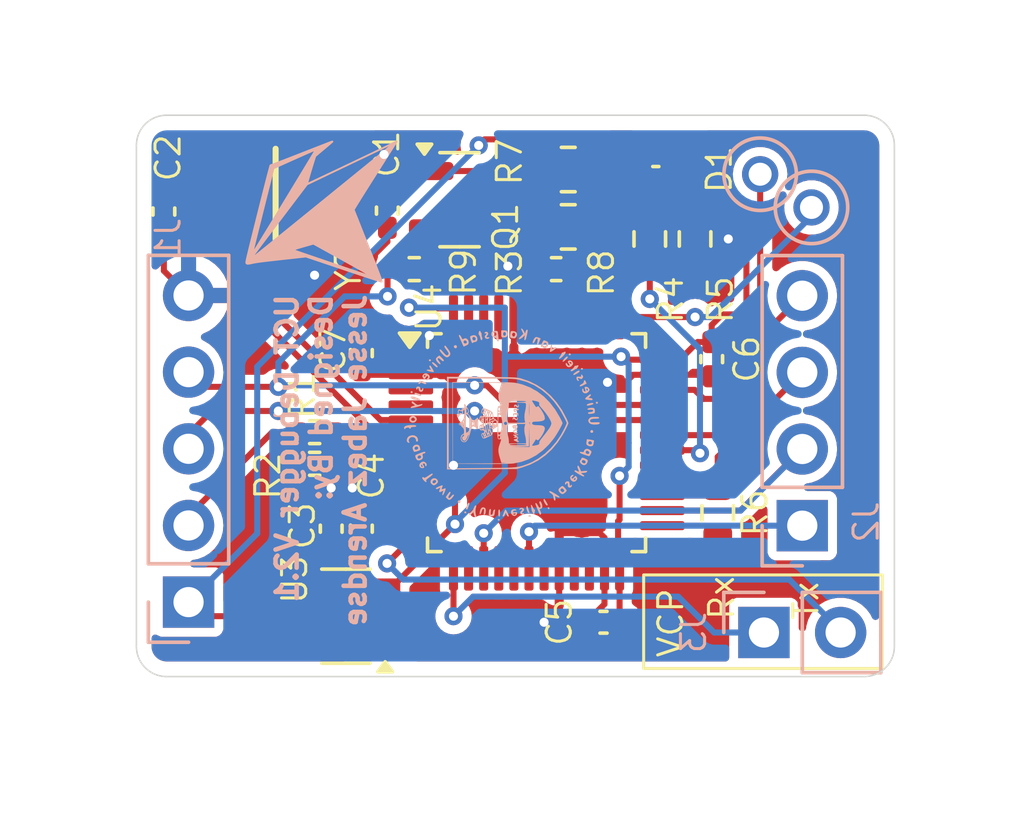
<source format=kicad_pcb>
(kicad_pcb (version 20240108) (generator "pcbnew") (generator_version "8.0")
  (layers (0 "F.Cu" signal) (31 "B.Cu" signal) (34 "B.Paste" user) (35 "F.Paste" user) (36 "B.SilkS" user "B.Silkscreen") (37 "F.SilkS" user "F.Silkscreen") (38 "B.Mask" user) (39 "F.Mask" user) (44 "Edge.Cuts" user))
  (net 0 "")
  (net 1 "GND")
  (net 2 "+5V")
  (net 3 "+3V3")
  (net 4 "/USB_DP")
  (net 5 "/USB_DM")
  (net 6 "/T_Voltage")
  (net 7 "/T_SWO")
  (net 8 "/T_SWDIO")
  (net 9 "/T_RST")
  (net 10 "/T_SWCLK")
  (net 11 "Net-(D1-K1)")
  (net 12 "/LED_STLINK")
  (net 13 "Net-(D1-A2)")
  (net 14 "/D_SWDIO")
  (net 15 "/D_SWCLK")
  (net 16 "Net-(U4-PD0)")
  (net 17 "Net-(U4-PD1)")
  (net 18 "/STLink_Rx")
  (net 19 "/STLink_Tx")
  (net 20 "Net-(U4-PA0)")
  (net 21 "Net-(U4-PB12)")
  (net 41 "Net-(Q1-E)")
  (net 42 "Net-(Q1-B)")
  (net 43 "/USB_re_enum")
  (footprint "Capacitor_SMD:C_0402_1005Metric_Pad0.74x0.62mm_HandSolder" (layer "F.Cu") (at 137.90974 102.741013 -90)
    (property "Reference" "C2" (at -1.776013 -0.13926 90) (layer "F.SilkS") (effects (font (size 0.8 0.8) (thickness 0.1))))
    (property "Value" "10p")
    (pad "1" smd roundrect (at -0.5675 0 270) (size 0.735 0.62) (layers "F.Cu" "F.Paste" "F.Mask") (net 17 "Net-(U4-PD1)"))
    (pad "2" smd roundrect (at 0.5675 0 270) (size 0.735 0.62) (layers "F.Cu" "F.Paste" "F.Mask") (net 1 "GND"))
  )
  (footprint "Capacitor_SMD:C_0402_1005Metric_Pad0.74x0.62mm_HandSolder" (layer "F.Cu") (at 143.45 113.25 90)
    (property "Reference" "C3" (at 0.093 -0.956 90) (layer "F.SilkS") (effects (font (size 0.8 0.8) (thickness 0.1))))
    (property "Value" "1u")
    (pad "1" smd roundrect (at -0.5675 0 90) (size 0.735 0.62) (layers "F.Cu" "F.Paste" "F.Mask") (net 2 "+5V"))
    (pad "2" smd roundrect (at 0.5675 0 90) (size 0.735 0.62) (layers "F.Cu" "F.Paste" "F.Mask") (net 1 "GND"))
  )
  (footprint "Package_TO_SOT_SMD:SOT-23-3" (layer "F.Cu") (at 143.9375 116.15 180)
    (property "Reference" "U3" (at 1.6975 1.215 90) (layer "F.SilkS") (effects (font (size 0.8 0.8) (thickness 0.1))))
    (property "Value" "XC6206PxxxMR")
    (pad "1" smd roundrect (at -1.1375 -0.95 180) (size 1.325 0.6) (layers "F.Cu" "F.Paste" "F.Mask") (net 1 "GND"))
    (pad "2" smd roundrect (at -1.1375 0.95 180) (size 1.325 0.6) (layers "F.Cu" "F.Paste" "F.Mask") (net 3 "+3V3"))
    (pad "3" smd roundrect (at 1.1375 0 180) (size 1.325 0.6) (layers "F.Cu" "F.Paste" "F.Mask") (net 2 "+5V"))
  )
  (footprint "Resistor_SMD:R_0603_1608Metric" (layer "F.Cu") (at 154 103.65 -90)
    (property "Reference" "R4" (at 2.014 -0.686 90) (layer "F.SilkS") (effects (font (size 0.8 0.8) (thickness 0.1))))
    (property "Value" "150R")
    (pad "1" smd roundrect (at -0.825 0 270) (size 0.8 0.95) (layers "F.Cu" "F.Paste" "F.Mask") (net 11 "Net-(D1-K1)"))
    (pad "2" smd roundrect (at 0.825 0 270) (size 0.8 0.95) (layers "F.Cu" "F.Paste" "F.Mask") (net 12 "/LED_STLINK"))
  )
  (footprint "Package_QFP:LQFP-48_7x7mm_P0.5mm" (layer "F.Cu") (at 150.25 110.4)
    (property "Reference" "U4" (at -3.565 -4.482 90) (layer "F.SilkS") (effects (font (size 0.8 0.8) (thickness 0.1))))
    (property "Value" "STM32F103CBTx")
    (pad "1" smd roundrect (at -4.1625 -2.75) (size 1.475 0.3) (layers "F.Cu" "F.Paste" "F.Mask") (net 3 "+3V3"))
    (pad "2" smd roundrect (at -4.1625 -2.25) (size 1.475 0.3) (layers "F.Cu" "F.Paste" "F.Mask") (net 1 "GND"))
    (pad "3" smd roundrect (at -4.1625 -1.75) (size 1.475 0.3) (layers "F.Cu" "F.Paste" "F.Mask"))
    (pad "4" smd roundrect (at -4.1625 -1.25) (size 1.475 0.3) (layers "F.Cu" "F.Paste" "F.Mask"))
    (pad "5" smd roundrect (at -4.1625 -0.75) (size 1.475 0.3) (layers "F.Cu" "F.Paste" "F.Mask") (net 16 "Net-(U4-PD0)"))
    (pad "6" smd roundrect (at -4.1625 -0.25) (size 1.475 0.3) (layers "F.Cu" "F.Paste" "F.Mask") (net 17 "Net-(U4-PD1)"))
    (pad "7" smd roundrect (at -4.1625 0.25) (size 1.475 0.3) (layers "F.Cu" "F.Paste" "F.Mask"))
    (pad "8" smd roundrect (at -4.1625 0.75) (size 1.475 0.3) (layers "F.Cu" "F.Paste" "F.Mask") (net 1 "GND"))
    (pad "9" smd roundrect (at -4.1625 1.25) (size 1.475 0.3) (layers "F.Cu" "F.Paste" "F.Mask") (net 3 "+3V3"))
    (pad "10" smd roundrect (at -4.1625 1.75) (size 1.475 0.3) (layers "F.Cu" "F.Paste" "F.Mask") (net 20 "Net-(U4-PA0)"))
    (pad "11" smd roundrect (at -4.1625 2.25) (size 1.475 0.3) (layers "F.Cu" "F.Paste" "F.Mask"))
    (pad "12" smd roundrect (at -4.1625 2.75) (size 1.475 0.3) (layers "F.Cu" "F.Paste" "F.Mask") (net 19 "/STLink_Tx"))
    (pad "13" smd roundrect (at -2.75 4.1625) (size 0.3 1.475) (layers "F.Cu" "F.Paste" "F.Mask") (net 18 "/STLink_Rx"))
    (pad "14" smd roundrect (at -2.25 4.1625) (size 0.3 1.475) (layers "F.Cu" "F.Paste" "F.Mask"))
    (pad "15" smd roundrect (at -1.75 4.1625) (size 0.3 1.475) (layers "F.Cu" "F.Paste" "F.Mask") (net 10 "/T_SWCLK"))
    (pad "16" smd roundrect (at -1.25 4.1625) (size 0.3 1.475) (layers "F.Cu" "F.Paste" "F.Mask"))
    (pad "17" smd roundrect (at -0.75 4.1625) (size 0.3 1.475) (layers "F.Cu" "F.Paste" "F.Mask"))
    (pad "18" smd roundrect (at -0.25 4.1625) (size 0.3 1.475) (layers "F.Cu" "F.Paste" "F.Mask") (net 9 "/T_RST"))
    (pad "19" smd roundrect (at 0.25 4.1625) (size 0.3 1.475) (layers "F.Cu" "F.Paste" "F.Mask"))
    (pad "20" smd roundrect (at 0.75 4.1625) (size 0.3 1.475) (layers "F.Cu" "F.Paste" "F.Mask") (net 1 "GND"))
    (pad "21" smd roundrect (at 1.25 4.1625) (size 0.3 1.475) (layers "F.Cu" "F.Paste" "F.Mask"))
    (pad "22" smd roundrect (at 1.75 4.1625) (size 0.3 1.475) (layers "F.Cu" "F.Paste" "F.Mask"))
    (pad "23" smd roundrect (at 2.25 4.1625) (size 0.3 1.475) (layers "F.Cu" "F.Paste" "F.Mask") (net 1 "GND"))
    (pad "24" smd roundrect (at 2.75 4.1625) (size 0.3 1.475) (layers "F.Cu" "F.Paste" "F.Mask") (net 3 "+3V3"))
    (pad "25" smd roundrect (at 4.1625 2.75) (size 1.475 0.3) (layers "F.Cu" "F.Paste" "F.Mask") (net 21 "Net-(U4-PB12)"))
    (pad "26" smd roundrect (at 4.1625 2.25) (size 1.475 0.3) (layers "F.Cu" "F.Paste" "F.Mask") (net 10 "/T_SWCLK"))
    (pad "27" smd roundrect (at 4.1625 1.75) (size 1.475 0.3) (layers "F.Cu" "F.Paste" "F.Mask") (net 8 "/T_SWDIO"))
    (pad "28" smd roundrect (at 4.1625 1.25) (size 1.475 0.3) (layers "F.Cu" "F.Paste" "F.Mask"))
    (pad "29" smd roundrect (at 4.1625 0.75) (size 1.475 0.3) (layers "F.Cu" "F.Paste" "F.Mask"))
    (pad "30" smd roundrect (at 4.1625 0.25) (size 1.475 0.3) (layers "F.Cu" "F.Paste" "F.Mask") (net 12 "/LED_STLINK"))
    (pad "31" smd roundrect (at 4.1625 -0.25) (size 1.475 0.3) (layers "F.Cu" "F.Paste" "F.Mask") (net 7 "/T_SWO"))
    (pad "32" smd roundrect (at 4.1625 -0.75) (size 1.475 0.3) (layers "F.Cu" "F.Paste" "F.Mask") (net 5 "/USB_DM"))
    (pad "33" smd roundrect (at 4.1625 -1.25) (size 1.475 0.3) (layers "F.Cu" "F.Paste" "F.Mask") (net 4 "/USB_DP"))
    (pad "34" smd roundrect (at 4.1625 -1.75) (size 1.475 0.3) (layers "F.Cu" "F.Paste" "F.Mask") (net 14 "/D_SWDIO"))
    (pad "35" smd roundrect (at 4.1625 -2.25) (size 1.475 0.3) (layers "F.Cu" "F.Paste" "F.Mask") (net 1 "GND"))
    (pad "36" smd roundrect (at 4.1625 -2.75) (size 1.475 0.3) (layers "F.Cu" "F.Paste" "F.Mask") (net 3 "+3V3"))
    (pad "37" smd roundrect (at 2.75 -4.1625) (size 0.3 1.475) (layers "F.Cu" "F.Paste" "F.Mask") (net 15 "/D_SWCLK"))
    (pad "38" smd roundrect (at 2.25 -4.1625) (size 0.3 1.475) (layers "F.Cu" "F.Paste" "F.Mask") (net 43 "/USB_re_enum"))
    (pad "39" smd roundrect (at 1.75 -4.1625) (size 0.3 1.475) (layers "F.Cu" "F.Paste" "F.Mask"))
    (pad "40" smd roundrect (at 1.25 -4.1625) (size 0.3 1.475) (layers "F.Cu" "F.Paste" "F.Mask"))
    (pad "41" smd roundrect (at 0.75 -4.1625) (size 0.3 1.475) (layers "F.Cu" "F.Paste" "F.Mask"))
    (pad "42" smd roundrect (at 0.25 -4.1625) (size 0.3 1.475) (layers "F.Cu" "F.Paste" "F.Mask"))
    (pad "43" smd roundrect (at -0.25 -4.1625) (size 0.3 1.475) (layers "F.Cu" "F.Paste" "F.Mask"))
    (pad "44" smd roundrect (at -0.75 -4.1625) (size 0.3 1.475) (layers "F.Cu" "F.Paste" "F.Mask") (net 1 "GND"))
    (pad "45" smd roundrect (at -1.25 -4.1625) (size 0.3 1.475) (layers "F.Cu" "F.Paste" "F.Mask"))
    (pad "46" smd roundrect (at -1.75 -4.1625) (size 0.3 1.475) (layers "F.Cu" "F.Paste" "F.Mask"))
    (pad "47" smd roundrect (at -2.25 -4.1625) (size 0.3 1.475) (layers "F.Cu" "F.Paste" "F.Mask") (net 1 "GND"))
    (pad "48" smd roundrect (at -2.75 -4.1625) (size 0.3 1.475) (layers "F.Cu" "F.Paste" "F.Mask") (net 3 "+3V3"))
  )
  (footprint "Capacitor_SMD:C_0402_1005Metric_Pad0.74x0.62mm_HandSolder" (layer "F.Cu") (at 144.45 107.4325 -90)
    (property "Reference" "C7" (at -0.1175 0.94 90) (layer "F.SilkS") (effects (font (size 0.8 0.8) (thickness 0.1))))
    (property "Value" "100n")
    (pad "1" smd roundrect (at -0.5675 0 270) (size 0.735 0.62) (layers "F.Cu" "F.Paste" "F.Mask") (net 3 "+3V3"))
    (pad "2" smd roundrect (at 0.5675 0 270) (size 0.735 0.62) (layers "F.Cu" "F.Paste" "F.Mask") (net 1 "GND"))
  )
  (footprint "Capacitor_SMD:C_0402_1005Metric_Pad0.74x0.62mm_HandSolder" (layer "F.Cu") (at 156.05 107.6325 -90)
    (property "Reference" "C6" (at 0 -1.16 90) (layer "F.SilkS") (effects (font (size 0.8 0.8) (thickness 0.1))))
    (property "Value" "100n")
    (pad "1" smd roundrect (at -0.5675 0 270) (size 0.735 0.62) (layers "F.Cu" "F.Paste" "F.Mask") (net 3 "+3V3"))
    (pad "2" smd roundrect (at 0.5675 0 270) (size 0.735 0.62) (layers "F.Cu" "F.Paste" "F.Mask") (net 1 "GND"))
  )
  (footprint "Resistor_SMD:R_0603_1608Metric" (layer "F.Cu") (at 155.5 103.65 90)
    (property "Reference" "R5" (at -2.014 0.837 90) (layer "F.SilkS") (effects (font (size 0.8 0.8) (thickness 0.1))))
    (property "Value" "150R")
    (pad "1" smd roundrect (at -0.825 0 90) (size 0.8 0.95) (layers "F.Cu" "F.Paste" "F.Mask") (net 12 "/LED_STLINK"))
    (pad "2" smd roundrect (at 0.825 0 90) (size 0.8 0.95) (layers "F.Cu" "F.Paste" "F.Mask") (net 13 "Net-(D1-A2)"))
  )
  (footprint "Package_TO_SOT_SMD:SOT-23" (layer "F.Cu") (at 147.7 102.35)
    (property "Reference" "Q1" (at 1.525 0.901 90) (layer "F.SilkS") (effects (font (size 0.8 0.8) (thickness 0.1))))
    (property "Value" "S8050_SMD")
    (pad "1" smd roundrect (at -0.9375 -0.95) (size 1.475 0.6) (layers "F.Cu" "F.Paste" "F.Mask") (net 42 "Net-(Q1-B)"))
    (pad "2" smd roundrect (at -0.9375 0.95) (size 1.475 0.6) (layers "F.Cu" "F.Paste" "F.Mask") (net 41 "Net-(Q1-E)"))
    (pad "3" smd roundrect (at 0.9375 0) (size 1.475 0.6) (layers "F.Cu" "F.Paste" "F.Mask") (net 3 "+3V3"))
  )
  (footprint "Resistor_SMD:R_0402_1005Metric_Pad0.72x0.64mm_HandSolder" (layer "F.Cu") (at 142.9025 110.05)
    (property "Reference" "R1" (at -0.4085 -1.211 90) (layer "F.SilkS") (effects (font (size 0.8 0.8) (thickness 0.1))))
    (property "Value" "1k5")
    (pad "1" smd roundrect (at -0.5975 0) (size 0.715 0.64) (layers "F.Cu" "F.Paste" "F.Mask") (net 6 "/T_Voltage"))
    (pad "2" smd roundrect (at 0.5975 0) (size 0.715 0.64) (layers "F.Cu" "F.Paste" "F.Mask") (net 20 "Net-(U4-PA0)"))
  )
  (footprint "Resistor_SMD:R_0402_1005Metric_Pad0.72x0.64mm_HandSolder" (layer "F.Cu") (at 146.2 104.65 180)
    (property "Reference" "R9" (at -1.628 -0.1 90) (layer "F.SilkS") (effects (font (size 0.8 0.8) (thickness 0.1))))
    (property "Value" "1k5")
    (pad "1" smd roundrect (at -0.5975 0 180) (size 0.715 0.64) (layers "F.Cu" "F.Paste" "F.Mask") (net 41 "Net-(Q1-E)"))
    (pad "2" smd roundrect (at 0.5975 0 180) (size 0.715 0.64) (layers "F.Cu" "F.Paste" "F.Mask") (net 4 "/USB_DP"))
  )
  (footprint "Capacitor_SMD:C_0402_1005Metric_Pad0.74x0.62mm_HandSolder" (layer "F.Cu") (at 145.30974 102.711156 -90)
    (property "Reference" "C1" (at -1.873156 0.02174 90) (layer "F.SilkS") (effects (font (size 0.8 0.8) (thickness 0.1))))
    (property "Value" "10p")
    (pad "1" smd roundrect (at -0.5675 0 270) (size 0.735 0.62) (layers "F.Cu" "F.Paste" "F.Mask") (net 16 "Net-(U4-PD0)"))
    (pad "2" smd roundrect (at 0.5675 0 270) (size 0.735 0.62) (layers "F.Cu" "F.Paste" "F.Mask") (net 1 "GND"))
  )
  (footprint "Capacitor_SMD:C_0402_1005Metric_Pad0.74x0.62mm_HandSolder" (layer "F.Cu") (at 144.45 113.25 90)
    (property "Reference" "C4" (at 1.744 0.33 90) (layer "F.SilkS") (effects (font (size 0.8 0.8) (thickness 0.1))))
    (property "Value" "1u")
    (pad "1" smd roundrect (at -0.5675 0 90) (size 0.735 0.62) (layers "F.Cu" "F.Paste" "F.Mask") (net 3 "+3V3"))
    (pad "2" smd roundrect (at 0.5675 0 90) (size 0.735 0.62) (layers "F.Cu" "F.Paste" "F.Mask") (net 1 "GND"))
  )
  (footprint "UCT:DUAL_LED_COM_CATH_0606" (layer "F.Cu") (at 154.8 101.25 -90)
    (property "Reference" "D1" (at 0.1 -1.5 90) (layer "F.SilkS") (effects (font (size 0.8 0.8) (thickness 0.1))))
    (property "Value" "LED_Dual_AKAK")
    (pad "1" smd rect (at 0.425 -0.625) (size 0.45 0.65) (layers "F.Cu" "F.Paste" "F.Mask") (net 3 "+3V3"))
    (pad "2" smd rect (at 0.425 0.625) (size 0.45 0.65) (layers "F.Cu" "F.Paste" "F.Mask") (net 11 "Net-(D1-K1)"))
    (pad "3" smd rect (at -0.425 -0.625) (size 0.45 0.65) (layers "F.Cu" "F.Paste" "F.Mask") (net 13 "Net-(D1-A2)"))
    (pad "4" smd rect (at -0.425 0.625) (size 0.45 0.65) (layers "F.Cu" "F.Paste" "F.Mask") (net 1 "GND"))
  )
  (footprint "Resistor_SMD:R_0805_2012Metric" (layer "F.Cu") (at 151.3 101.35)
    (property "Reference" "R7" (at -1.948 -0.258 90) (layer "F.SilkS") (effects (font (size 0.8 0.8) (thickness 0.1))))
    (property "Value" "10k")
    (pad "1" smd roundrect (at -0.9125 0) (size 1.025 1.4) (layers "F.Cu" "F.Paste" "F.Mask") (roundrect_rratio 0.243902) (net 42 "Net-(Q1-B)"))
    (pad "2" smd roundrect (at 0.9125 0) (size 1.025 1.4) (layers "F.Cu" "F.Paste" "F.Mask") (roundrect_rratio 0.243902) (net 2 "+5V"))
  )
  (footprint "Resistor_SMD:R_0402_1005Metric" (layer "F.Cu") (at 150.9 104.65)
    (property "Reference" "R3" (at -1.548 0.125 90) (layer "F.SilkS") (effects (font (size 0.8 0.8) (thickness 0.1))))
    (property "Value" "100")
    (pad "1" smd roundrect (at -0.51 0) (size 0.54 0.64) (layers "F.Cu" "F.Paste" "F.Mask") (net 42 "Net-(Q1-B)"))
    (pad "2" smd roundrect (at 0.51 0) (size 0.54 0.64) (layers "F.Cu" "F.Paste" "F.Mask") (net 43 "/USB_re_enum"))
  )
  (footprint "Resistor_SMD:R_0603_1608Metric" (layer "F.Cu") (at 156.25 112.725 -90)
    (property "Reference" "R6" (at 0 -1.23 90) (layer "F.SilkS") (effects (font (size 0.8 0.8) (thickness 0.1))))
    (property "Value" "150R")
    (pad "1" smd roundrect (at -0.825 0 270) (size 0.8 0.95) (layers "F.Cu" "F.Paste" "F.Mask") (net 8 "/T_SWDIO"))
    (pad "2" smd roundrect (at 0.825 0 270) (size 0.8 0.95) (layers "F.Cu" "F.Paste" "F.Mask") (net 21 "Net-(U4-PB12)"))
  )
  (footprint "Resistor_SMD:R_0402_1005Metric_Pad0.72x0.64mm_HandSolder" (layer "F.Cu") (at 142.9025 111.1 180)
    (property "Reference" "R2" (at 1.5515 -0.406 90) (layer "F.SilkS") (effects (font (size 0.8 0.8) (thickness 0.1))))
    (property "Value" "2k")
    (pad "1" smd roundrect (at -0.5975 0 180) (size 0.715 0.64) (layers "F.Cu" "F.Paste" "F.Mask") (net 1 "GND"))
    (pad "2" smd roundrect (at 0.5975 0 180) (size 0.715 0.64) (layers "F.Cu" "F.Paste" "F.Mask") (net 20 "Net-(U4-PA0)"))
  )
  (footprint "Capacitor_SMD:C_0402_1005Metric_Pad0.74x0.62mm_HandSolder" (layer "F.Cu") (at 152.4675 116.35 180)
    (property "Reference" "C5" (at 1.4645 0 90) (layer "F.SilkS") (effects (font (size 0.8 0.8) (thickness 0.1))))
    (property "Value" "100n")
    (pad "1" smd roundrect (at -0.5675 0 180) (size 0.735 0.62) (layers "F.Cu" "F.Paste" "F.Mask") (net 3 "+3V3"))
    (pad "2" smd roundrect (at 0.5675 0 180) (size 0.735 0.62) (layers "F.Cu" "F.Paste" "F.Mask") (net 1 "GND"))
  )
  (footprint "Resistor_SMD:R_0805_2012Metric" (layer "F.Cu") (at 151.3 103.25 180)
    (property "Reference" "R8" (at -1.1 -1.525 90) (layer "F.SilkS") (effects (font (size 0.8 0.8) (thickness 0.1))))
    (property "Value" "10k")
    (pad "1" smd roundrect (at -0.9125 0 180) (size 1.025 1.4) (layers "F.Cu" "F.Paste" "F.Mask") (roundrect_rratio 0.243902) (net 1 "GND"))
    (pad "2" smd roundrect (at 0.9125 0 180) (size 1.025 1.4) (layers "F.Cu" "F.Paste" "F.Mask") (roundrect_rratio 0.243902) (net 42 "Net-(Q1-B)"))
  )
  (footprint "LOGO" (layer "F.Cu") (at 143.099725 102.922966 90)
    (property "Reference" "G***" (hide yes))
    (property "Value" "LOGO" (hide yes))
  )
  (footprint "SamacSys_Parts:RESC5032X135N" (layer "F.Cu") (at 141.60974 102.16183 180)
    (property "Reference" "Y2" (at -2.40826 -2.48617 90) (layer "F.SilkS") (effects (font (size 0.8 0.8) (thickness 0.1))))
    (property "Value" "X50328MSB2GI" (hide yes))
    (pad "1" smd rect (at -1.85 0 180) (size 2.25 3.4) (layers "F.Cu" "F.Paste" "F.Mask") (net 16 "Net-(U4-PD0)"))
    (pad "2" smd rect (at 1.85 0 180) (size 2.25 3.4) (layers "F.Cu" "F.Paste" "F.Mask") (net 17 "Net-(U4-PD1)"))
  )
  (footprint "Connector_PinHeader_2.54mm:PinHeader_1x02_P2.54mm_Vertical" (layer "B.Cu") (at 157.78 116.69 -90)
    (property "Reference" "J3" (at 0 2.33 90) (layer "B.SilkS") (effects (font (size 0.8 0.8) (thickness 0.1)) (justify mirror)))
    (property "Value" "Conn_01x02_Pin")
    (pad "1" thru_hole rect (at 0 0 270) (size 1.7 1.7) (drill 1) (layers "*.Cu" "*.Mask") (net 18 "/STLink_Rx"))
    (pad "2" thru_hole oval (at 0 -2.54 270) (size 1.7 1.7) (drill 1) (layers "*.Cu" "*.Mask") (net 19 "/STLink_Tx"))
  )
  (footprint "LOGO" (layer "B.Cu") (at 149.1 109.8 -90)
    (property "Reference" "G***" (hide yes))
    (property "Value" "LOGO" (hide yes))
  )
  (footprint "Connector_PinHeader_2.54mm:PinHeader_1x04_P2.54mm_Vertical" (layer "B.Cu") (at 159.05 113.15)
    (property "Reference" "J2" (at 2.113 -0.12 90) (layer "B.SilkS") (effects (font (size 0.8 0.8) (thickness 0.1)) (justify mirror)))
    (property "Value" "Conn_01x04_Pin")
    (pad "1" thru_hole rect (at 0 0) (size 1.7 1.7) (drill 1) (layers "*.Cu" "*.Mask") (net 9 "/T_RST"))
    (pad "2" thru_hole oval (at 0 -2.54) (size 1.7 1.7) (drill 1) (layers "*.Cu" "*.Mask") (net 10 "/T_SWCLK"))
    (pad "3" thru_hole oval (at 0 -5.08) (size 1.7 1.7) (drill 1) (layers "*.Cu" "*.Mask") (net 8 "/T_SWDIO"))
    (pad "4" thru_hole oval (at 0 -7.62) (size 1.7 1.7) (drill 1) (layers "*.Cu" "*.Mask") (net 7 "/T_SWO"))
  )
  (footprint "TestPoint:TestPoint_Pad_D2.0mm" (layer "B.Cu") (at 159.354717 102.605191 90)
    (property "Reference" "TP2" (hide yes))
    (property "Value" "TestPoint" (hide yes))
    (pad "1" thru_hole circle (at 0 0 90) (size 1.2 1.2) (drill 0.762) (layers "*.Cu" "*.Mask") (net 15 "/D_SWCLK"))
  )
  (footprint "Connector_PinHeader_2.54mm:PinHeader_1x05_P2.54mm_Vertical" (layer "B.Cu") (at 138.726872 115.682752)
    (property "Reference" "J1" (at -0.677872 -12.050752 90) (layer "B.SilkS") (effects (font (size 0.8 0.8) (thickness 0.1)) (justify mirror)))
    (property "Value" "Conn_01x05_Pin")
    (pad "1" thru_hole rect (at 0 0) (size 1.7 1.7) (drill 1) (layers "*.Cu" "*.Mask") (net 2 "+5V"))
    (pad "2" thru_hole oval (at 0 -2.54) (size 1.7 1.7) (drill 1) (layers "*.Cu" "*.Mask") (net 6 "/T_Voltage"))
    (pad "3" thru_hole oval (at 0 -5.08) (size 1.7 1.7) (drill 1) (layers "*.Cu" "*.Mask") (net 5 "/USB_DM"))
    (pad "4" thru_hole oval (at 0 -7.62) (size 1.7 1.7) (drill 1) (layers "*.Cu" "*.Mask") (net 4 "/USB_DP"))
    (pad "5" thru_hole oval (at 0 -10.16) (size 1.7 1.7) (drill 1) (layers "*.Cu" "*.Mask") (net 1 "GND"))
  )
  (footprint "TestPoint:TestPoint_Pad_D2.0mm" (layer "B.Cu") (at 157.654717 101.505191 90)
    (property "Reference" "TP1" (hide yes))
    (property "Value" "TestPoint")
    (pad "1" thru_hole circle (at 0 0 90) (size 1.2 1.2) (drill 0.762) (layers "*.Cu" "*.Mask") (net 14 "/D_SWDIO"))
  )
  (gr_rect (start 153.797 114.782) (end 161.697 117.882) (stroke (width 0.1)) (fill none) (layer "F.SilkS"))
  (gr_line (start 137 117.15) (end 137 100.55) (stroke (width 0.05)) (layer "Edge.Cuts"))
  (gr_line (start 161.1 118.15) (end 138 118.15) (stroke (width 0.05)) (layer "Edge.Cuts"))
  (gr_arc (start 137 100.55) (mid 137.292893 99.842893) (end 138 99.55) (stroke (width 0.05)) (layer "Edge.Cuts"))
  (gr_arc (start 138 118.15) (mid 137.292893 117.857107) (end 137 117.15) (stroke (width 0.05)) (layer "Edge.Cuts"))
  (gr_line (start 138 99.55) (end 161.1 99.55) (stroke (width 0.05)) (layer "Edge.Cuts"))
  (gr_arc (start 161.1 99.55) (mid 161.807107 99.842893) (end 162.1 100.55) (stroke (width 0.05)) (layer "Edge.Cuts"))
  (gr_arc (start 162.1 117.15) (mid 161.807107 117.857107) (end 161.1 118.15) (stroke (width 0.05)) (layer "Edge.Cuts"))
  (gr_line (start 162.1 100.55) (end 162.1 117.15) (stroke (width 0.05)) (layer "Edge.Cuts"))
  (gr_text "UCT Debugger V2.1\nDesigned By:\nJesse Jabez Arendse" (at 144.653 105.41 90) (layer "B.SilkS") (effects (font (size 0.7 0.7) (thickness 0.15) (bold yes)) (justify left bottom mirror)))
  (gr_text "Rx" (at 156.845 116.332 90) (layer "F.SilkS") (effects (font (size 0.8 0.8) (thickness 0.1)) (justify left bottom)))
  (gr_text "VCP " (at 155.164 117.576 90) (layer "F.SilkS") (effects (font (size 0.8 0.8) (thickness 0.1)) (justify left bottom)))
  (gr_text "Tx" (at 159.639 116.332 90) (layer "F.SilkS") (effects (font (size 0.8 0.8) (thickness 0.1)) (justify left bottom)))
  (segment (start 153.15775 103.25) (end 153.15775 100.825) (width 0.2) (layer "F.Cu") (net 1))
  (segment (start 143.7 105.35) (end 143.7 107.699576) (width 0.2) (layer "F.Cu") (net 1))
  (segment (start 152.5 114.5625) (end 152.5 113.55) (width 0.2) (layer "F.Cu") (net 1))
  (segment (start 148 105.215686) (end 148 106.2375) (width 0.2) (layer "F.Cu") (net 1))
  (segment (start 152.7 103.65) (end 156.6 103.65) (width 0.2) (layer "F.Cu") (net 1))
  (segment (start 147.713771 107.763771) (end 147.65 107.7) (width 0.2) (layer "F.Cu") (net 1))
  (segment (start 149.6 111.15) (end 147.5 111.15) (width 0.2) (layer "F.Cu") (net 1))
  (segment (start 151 112.55) (end 149.6 111.15) (width 0.2) (layer "F.Cu") (net 1))
  (segment (start 149.5 105.05) (end 148.165686 105.05) (width 0.2) (layer "F.Cu") (net 1))
  (segment (start 137.90974 103.308513) (end 137.90974 104.70562) (width 0.2) (layer "F.Cu") (net 1))
  (segment (start 147.2 108.15) (end 146.0875 108.15) (width 0.2) (layer "F.Cu") (net 1))
  (segment (start 152.2 108) (end 150.15 108) (width 0.2) (layer "F.Cu") (net 1))
  (segment (start 149.5 107.35) (end 149 107.85) (width 0.2) (layer "F.Cu") (net 1))
  (segment (start 159.7 114.4) (end 160.9 114.4) (width 0.2) (layer "F.Cu") (net 1))
  (segment (start 156 108.15) (end 156.05 108.2) (width 0.2) (layer "F.Cu") (net 1))
  (segment (start 149.5 106.2375) (end 149.5 105.05) (width 0.2) (layer "F.Cu") (net 1))
  (segment (start 149 107.85) (end 148.5 107.85) (width 0.2) (layer "F.Cu") (net 1))
  (segment (start 144.000424 108) (end 144.45 108) (width 0.2) (layer "F.Cu") (net 1))
  (segment (start 152.35 113.4) (end 151 113.4) (width 0.2) (layer "F.Cu") (net 1))
  (segment (start 145.30974 103.74026) (end 143.7 105.35) (width 0.2) (layer "F.Cu") (net 1))
  (segment (start 153.45 108.15) (end 154.4125 108.15) (width 0.2) (layer "F.Cu") (net 1))
  (segment (start 148.165686 105.05) (end 148 105.215686) (width 0.2) (layer "F.Cu") (net 1))
  (segment (start 147.713771 107.784759) (end 147.713771 107.763771) (width 0.2) (layer "F.Cu") (net 1))
  (segment (start 143.45 112.6825) (end 143.45 111.15) (width 0.2) (layer "F.Cu") (net 1))
  (segment (start 149.5 106.2375) (end 149.5 107.35) (width 0.2) (layer "F.Cu") (net 1))
  (segment (start 159 115.8) (end 159 115.1) (width 0.2) (layer "F.Cu") (net 1))
  (segment (start 152.2125 103.25) (end 152.3 103.25) (width 0.2) (layer "F.Cu") (net 1))
  (segment (start 151 114.5625) (end 151 115.85) (width 0.2) (layer "F.Cu") (net 1))
  (segment (start 152.5 115.75) (end 151.9 116.35) (width 0.2) (layer "F.Cu") (net 1))
  (segment (start 150.15 108) (end 149.5 107.35) (width 0.2) (layer "F.Cu") (net 1))
  (segment (start 153.2 108.4) (end 153.45 108.15) (width 0.2) (layer "F.Cu") (net 1))
  (segment (start 143.7 107.699576) (end 144.000424 108) (width 0.2) (layer "F.Cu") (net 1))
  (segment (start 147.65 107.7) (end 147.2 108.15) (width 0.2) (layer "F.Cu") (net 1))
  (segment (start 146.0875 108.15) (end 144.6 108.15) (width 0.2) (layer "F.Cu") (net 1))
  (segment (start 137.90974 104.70562) (end 138.726872 105.522752) (width 0.2) (layer "F.Cu") (net 1))
  (segment (start 147.5 111.15) (end 147.5 108.45) (width 0.2) (layer "F.Cu") (net 1))
  (segment (start 160.9 114.4) (end 160.9 113.6) (width 0.2) (layer "F.Cu") (net 1))
  (segment (start 151 115.85) (end 150.5 116.35) (width 0.2) (layer "F.Cu") (net 1))
  (segment (start 152.5 113.55) (end 152.35 113.4) (width 0.2) (layer "F.Cu") (net 1))
  (segment (start 152.2125 103.25) (end 153.15775 103.25) (width 0.2) (layer "F.Cu") (net 1))
  (segment (start 151 114.5625) (end 151 113.4) (width 0.2) (layer "F.Cu") (net 1))
  (segment (start 153.15775 100.825) (end 154.175 100.825) (width 0.2) (layer "F.Cu") (net 1))
  (segment (start 148 106.2375) (end 148 107.35) (width 0.2) (layer "F.Cu") (net 1))
  (segment (start 151.9 116.35) (end 150.5 116.35) (width 0.2) (layer "F.Cu") (net 1))
  (segment (start 151 113.4) (end 151 112.55) (width 0.2) (layer "F.Cu") (net 1))
  (segment (start 148.5 107.85) (end 148 107.35) (width 0.2) (layer "F.Cu") (net 1))
  (segment (start 152.3 103.25) (end 152.7 103.65) (width 0.2) (layer "F.Cu") (net 1))
  (segment (start 145.30974 103.376566) (end 145.30974 103.74026) (width 0.2) (layer "F.Cu") (net 1))
  (segment (start 144.45 112.2) (end 144.15 111.9) (width 0.2) (layer "F.Cu") (net 1))
  (segment (start 146.0875 111.15) (end 147.45 111.15) (width 0.2) (layer "F.Cu") (net 1))
  (segment (start 148 107.35) (end 147.65 107.7) (width 0.2) (layer "F.Cu") (net 1))
  (segment (start 152.6 108.4) (end 153.2 108.4) (width 0.2) (layer "F.Cu") (net 1))
  (segment (start 159 115.1) (end 159.7 114.4) (width 0.2) (layer "F.Cu") (net 1))
  (segment (start 147.5 108.45) (end 147.2 108.15) (width 0.2) (layer "F.Cu") (net 1))
  (segment (start 144.45 112.6825) (end 144.45 112.2) (width 0.2) (layer "F.Cu") (net 1))
  (segment (start 152.6 108.4) (end 152.2 108) (width 0.2) (layer "F.Cu") (net 1))
  (segment (start 152.5 114.5625) (end 152.5 115.75) (width 0.2) (layer "F.Cu") (net 1))
  (segment (start 143.45 111.15) (end 143.5 111.1) (width 0.2) (layer "F.Cu") (net 1))
  (segment (start 144.6 108.15) (end 144.45 108) (width 0.2) (layer "F.Cu") (net 1))
  (segment (start 145.2 103.266826) (end 145.30974 103.376566) (width 0.2) (layer "F.Cu") (net 1))
  (segment (start 154.4125 108.15) (end 156 108.15) (width 0.2) (layer "F.Cu") (net 1))
  (via (at 147.5 111.15) (size 0.6) (drill 0.3) (layers "F.Cu" "B.Cu") (net 1))
  (via (at 156.6 103.65) (size 0.6) (drill 0.3) (layers "F.Cu" "B.Cu") (net 1))
  (via (at 149.3 104.55) (size 0.6) (drill 0.3) (layers "F.Cu" "B.Cu") (net 1))
  (via (at 150.5 116.35) (size 0.6) (drill 0.3) (layers "F.Cu" "B.Cu") (net 1))
  (via (at 144.15 111.9) (size 0.6) (drill 0.3) (layers "F.Cu" "B.Cu") (net 1))
  (via (at 145.2 100.85) (size 0.6) (drill 0.3) (layers "F.Cu" "B.Cu") (net 1))
  (via (at 152.6 108.4) (size 0.6) (drill 0.3) (layers "F.Cu" "B.Cu") (net 1))
  (via (at 143.45 111.9) (size 0.6) (drill 0.3) (layers "F.Cu" "B.Cu") (net 1))
  (via (at 146.7 106.85) (size 0.6) (drill 0.3) (layers "F.Cu" "B.Cu") (net 1))
  (via (at 142.9 104.85) (size 0.6) (drill 0.3) (layers "F.Cu" "B.Cu") (net 1))
  (segment (start 148.534314 100.35) (end 152.2125 100.35) (width 0.2) (layer "F.Cu") (net 2))
  (segment (start 139.19412 116.15) (end 142.8 116.15) (width 0.2) (layer "F.Cu") (net 2))
  (segment (start 142.8 113.8175) (end 142.8 116.15) (width 0.2) (layer "F.Cu") (net 2))
  (segment (start 143.45 113.8175) (end 142.8 113.8175) (width 0.2) (layer "F.Cu") (net 2))
  (segment (start 152.2125 100.35) (end 152.2125 101.35) (width 0.2) (layer "F.Cu") (net 2))
  (segment (start 138.726872 115.682752) (end 139.19412 116.15) (width 0.2) (layer "F.Cu") (net 2))
  (segment (start 148.334314 100.55) (end 148.534314 100.35) (width 0.2) (layer "F.Cu") (net 2))
  (via (at 148.334314 100.55) (size 0.6) (drill 0.3) (layers "F.Cu" "B.Cu") (net 2))
  (segment (start 141 107.884314) (end 141 113.409624) (width 0.2) (layer "B.Cu") (net 2))
  (segment (start 141 113.409624) (end 138.726872 115.682752) (width 0.2) (layer "B.Cu") (net 2))
  (segment (start 148.334314 100.55) (end 141 107.884314) (width 0.2) (layer "B.Cu") (net 2))
  (segment (start 138.726872 115.682752) (end 138.45 115.40588) (width 0.2) (layer "B.Cu") (net 2))
  (segment (start 144.7 115.2) (end 145.075 115.2) (width 0.2) (layer "F.Cu") (net 3))
  (segment (start 156.125 101.675) (end 155.425 101.675) (width 0.2) (layer "F.Cu") (net 3))
  (segment (start 147.55 112.34259) (end 146.85741 111.65) (width 0.2) (layer "F.Cu") (net 3))
  (segment (start 145.3 107.65) (end 144.515 106.865) (width 0.2) (layer "F.Cu") (net 3))
  (segment (start 156.984314 106.15) (end 157.2 105.934314) (width 0.2) (layer "F.Cu") (net 3))
  (segment (start 155 107.65) (end 155.585 107.065) (width 0.2) (layer "F.Cu") (net 3))
  (segment (start 146.05 105.95) (end 147.5 105.95) (width 0.2) (layer "F.Cu") (net 3))
  (segment (start 153 114.5625) (end 153 116.315) (width 0.2) (layer "F.Cu") (net 3))
  (segment (start 144.45 113.8175) (end 144.45 114.95) (width 0.2) (layer "F.Cu") (net 3))
  (segment (start 145.45 115.2) (end 145.075 115.2) (width 0.2) (layer "F.Cu") (net 3))
  (segment (start 147.5 107.15) (end 147.5 106.2375) (width 0.2) (layer "F.Cu") (net 3))
  (segment (start 156.4 106.15) (end 156.984314 106.15) (width 0.2) (layer "F.Cu") (net 3))
  (segment (start 144.45 114.95) (end 144.7 115.2) (width 0.2) (layer "F.Cu") (net 3))
  (segment (start 148.6375 104.0125) (end 148.6375 102.35) (width 0.2) (layer "F.Cu") (net 3))
  (segment (start 152.95 114.5125) (end 153 114.5625) (width 0.2) (layer "F.Cu") (net 3))
  (segment (start 146.0875 107.65) (end 147 107.65) (width 0.2) (layer "F.Cu") (net 3))
  (segment (start 147.5 106.2375) (end 147.5 105.15) (width 0.2) (layer "F.Cu") (net 3))
  (segment (start 153 116.315) (end 153.035 116.35) (width 0.2) (layer "F.Cu") (net 3))
  (segment (start 147.5 105.15) (end 148.6375 104.0125) (width 0.2) (layer "F.Cu") (net 3))
  (segment (start 147.55 113.1) (end 145.45 115.2) (width 0.2) (layer "F.Cu") (net 3))
  (segment (start 155.585 107.065) (end 156.05 107.065) (width 0.2) (layer "F.Cu") (net 3))
  (segment (start 146.85741 111.65) (end 146.0875 111.65) (width 0.2) (layer "F.Cu") (net 3))
  (segment (start 153 112.95) (end 152.95 113) (width 0.2) (layer "F.Cu") (net 3))
  (segment (start 156.05 107.065) (end 156.05 106.5) (width 0.2) (layer "F.Cu") (net 3))
  (segment (start 147 107.65) (end 147.5 107.15) (width 0.2) (layer "F.Cu") (net 3))
  (segment (start 146.025 105.925) (end 146.05 105.95) (width 0.2) (layer "F.Cu") (net 3))
  (segment (start 154.4125 107.65) (end 153.15 107.65) (width 0.2) (layer "F.Cu") (net 3))
  (segment (start 153 111.5) (end 153 112.95) (width 0.2) (layer "F.Cu") (net 3))
  (segment (start 153.15 107.65) (end 153.05 107.55) (width 0.2) (layer "F.Cu") (net 3))
  (segment (start 144.515 106.865) (end 144.45 106.865) (width 0.2) (layer "F.Cu") (net 3))
  (segment (start 152.95 113) (end 152.95 114.5125) (width 0.2) (layer "F.Cu") (net 3))
  (segment (start 154.4125 107.65) (end 155 107.65) (width 0.2) (layer "F.Cu") (net 3))
  (segment (start 147.5 105.95) (end 147.5 106.2375) (width 0.2) (layer "F.Cu") (net 3))
  (segment (start 157.2 102.75) (end 156.125 101.675) (width 0.2) (layer "F.Cu") (net 3))
  (segment (start 156.05 106.5) (end 156.4 106.15) (width 0.2) (layer "F.Cu") (net 3))
  (segment (start 146.0875 107.65) (end 145.3 107.65) (width 0.2) (layer "F.Cu") (net 3))
  (segment (start 147.55 113.1) (end 147.55 112.34259) (width 0.2) (layer "F.Cu") (net 3))
  (segment (start 157.2 105.934314) (end 157.2 102.75) (width 0.2) (layer "F.Cu") (net 3))
  (via (at 147.55 113.1) (size 0.6) (drill 0.3) (layers "F.Cu" "B.Cu") (net 3))
  (via (at 153.05 107.55) (size 0.6) (drill 0.3) (layers "F.Cu" "B.Cu") (net 3))
  (via (at 146.025 105.925) (size 0.6) (drill 0.3) (layers "F.Cu" "B.Cu") (net 3))
  (via (at 153 111.5) (size 0.6) (drill 0.3) (layers "F.Cu" "B.Cu") (net 3))
  (segment (start 153.3 111.2) (end 153.3 107.8) (width 0.2) (layer "B.Cu") (net 3))
  (segment (start 153.3 107.8) (end 153.05 107.55) (width 0.2) (layer "B.Cu") (net 3))
  (segment (start 153.05 107.55) (end 149.2 107.55) (width 0.2) (layer "B.Cu") (net 3))
  (segment (start 147.55 113.1) (end 147.55 113.05) (width 0.2) (layer "B.Cu") (net 3))
  (segment (start 149.2 107.55) (end 149.2 108.5) (width 0.2) (layer "B.Cu") (net 3))
  (segment (start 153 111.5) (end 153.3 111.2) (width 0.2) (layer "B.Cu") (net 3))
  (segment (start 149.2 111.4) (end 149.2 108.5) (width 0.2) (layer "B.Cu") (net 3))
  (segment (start 149.2 105.925) (end 149.2 108.5) (width 0.2) (layer "B.Cu") (net 3))
  (segment (start 147.55 113.05) (end 149.2 111.4) (width 0.2) (layer "B.Cu") (net 3))
  (segment (start 146.025 105.925) (end 149.2 105.925) (width 0.2) (layer "B.Cu") (net 3))
  (segment (start 145.316333 105.553793) (end 145.316333 104.936167) (width 0.2) (layer "F.Cu") (net 4))
  (segment (start 148.6 108.5) (end 149.25 109.15) (width 0.2) (layer "F.Cu") (net 4))
  (segment (start 141.7 108.55) (end 139.21412 108.55) (width 0.2) (layer "F.Cu") (net 4))
  (segment (start 149.25 109.15) (end 154.4125 109.15) (width 0.2) (layer "F.Cu") (net 4))
  (segment (start 148.2 108.5) (end 148.6 108.5) (width 0.2) (layer "F.Cu") (net 4))
  (segment (start 139.21412 108.55) (end 138.726872 108.062752) (width 0.2) (layer "F.Cu") (net 4))
  (segment (start 145.316333 104.936167) (end 145.6025 104.65) (width 0.2) (layer "F.Cu") (net 4))
  (via (at 145.316333 105.553793) (size 0.6) (drill 0.3) (layers "F.Cu" "B.Cu") (net 4))
  (via (at 148.2 108.5) (size 0.6) (drill 0.3) (layers "F.Cu" "B.Cu") (net 4))
  (via (at 141.7 108.55) (size 0.6) (drill 0.3) (layers "F.Cu" "B.Cu") (net 4))
  (segment (start 141.7 107.75) (end 141.7 108.55) (width 0.2) (layer "B.Cu") (net 4))
  (segment (start 145.316333 105.553793) (end 143.896207 105.553793) (width 0.2) (layer "B.Cu") (net 4))
  (segment (start 139.16412 108.5) (end 138.726872 108.062752) (width 0.2) (layer "B.Cu") (net 4))
  (segment (start 141.75 108.5) (end 141.7 108.55) (width 0.2) (layer "B.Cu") (net 4))
  (segment (start 148.2 108.5) (end 141.75 108.5) (width 0.2) (layer "B.Cu") (net 4))
  (segment (start 143.896207 105.553793) (end 141.7 107.75) (width 0.2) (layer "B.Cu") (net 4))
  (segment (start 148.5 109.65) (end 154.4125 109.65) (width 0.2) (layer "F.Cu") (net 5))
  (segment (start 138.726872 110.123128) (end 138.726872 110.602752) (width 0.2) (layer "F.Cu") (net 5))
  (segment (start 141.7 109.350003) (end 139.499997 109.350003) (width 0.2) (layer "F.Cu") (net 5))
  (segment (start 139.499997 109.350003) (end 138.726872 110.123128) (width 0.2) (layer "F.Cu") (net 5))
  (segment (start 148.2 109.35) (end 148.5 109.65) (width 0.2) (layer "F.Cu") (net 5))
  (via (at 141.7 109.350003) (size 0.6) (drill 0.3) (layers "F.Cu" "B.Cu") (net 5))
  (via (at 148.2 109.35) (size 0.6) (drill 0.3) (layers "F.Cu" "B.Cu") (net 5))
  (segment (start 148.2 109.35) (end 141.700003 109.35) (width 0.2) (layer "B.Cu") (net 5))
  (segment (start 141.700003 109.35) (end 141.7 109.350003) (width 0.2) (layer "B.Cu") (net 5))
  (segment (start 141.5 110.05) (end 138.726872 112.823128) (width 0.2) (layer "F.Cu") (net 6))
  (segment (start 138.726872 112.823128) (end 138.726872 113.142752) (width 0.2) (layer "F.Cu") (net 6))
  (segment (start 142.305 110.05) (end 141.5 110.05) (width 0.2) (layer "F.Cu") (net 6))
  (segment (start 154.4125 110.15) (end 156.15 110.15) (width 0.2) (layer "F.Cu") (net 7))
  (segment (start 157.5 108.8) (end 157.5 107.08) (width 0.2) (layer "F.Cu") (net 7))
  (segment (start 156.15 110.15) (end 157.5 108.8) (width 0.2) (layer "F.Cu") (net 7))
  (segment (start 157.5 107.08) (end 159.05 105.53) (width 0.2) (layer "F.Cu") (net 7))
  (segment (start 154.4125 112.15) (end 156 112.15) (width 0.2) (layer "F.Cu") (net 8))
  (segment (start 156.25 110.87) (end 159.05 108.07) (width 0.2) (layer "F.Cu") (net 8))
  (segment (start 156.25 111.9) (end 156.25 110.87) (width 0.2) (layer "F.Cu") (net 8))
  (segment (start 156 112.15) (end 156.25 111.9) (width 0.2) (layer "F.Cu") (net 8))
  (segment (start 150 114.5625) (end 150 113.35) (width 0.2) (layer "F.Cu") (net 9))
  (via (at 150 113.35) (size 0.6) (drill 0.3) (layers "F.Cu" "B.Cu") (net 9))
  (segment (start 150.2 113.15) (end 159.05 113.15) (width 0.2) (layer "B.Cu") (net 9))
  (segment (start 150 113.35) (end 150.2 113.15) (width 0.2) (layer "B.Cu") (net 9))
  (segment (start 154.4125 112.65) (end 157 112.65) (width 0.2) (layer "F.Cu") (net 10))
  (segment (start 159.04 110.61) (end 159.05 110.61) (width 0.2) (layer "F.Cu") (net 10))
  (segment (start 157 112.65) (end 159.04 110.61) (width 0.2) (layer "F.Cu") (net 10))
  (segment (start 148.5 113.4) (end 148.5 114.5625) (width 0.2) (layer "F.Cu") (net 10))
  (via (at 148.5 113.4) (size 0.6) (drill 0.3) (layers "F.Cu" "B.Cu") (net 10))
  (segment (start 158.59 110.15) (end 159.05 110.61) (width 0.2) (layer "B.Cu") (net 10))
  (segment (start 157.01 112.65) (end 159.05 110.61) (width 0.2) (layer "B.Cu") (net 10))
  (segment (start 149.25 112.65) (end 157.01 112.65) (width 0.2) (layer "B.Cu") (net 10))
  (segment (start 148.5 113.4) (end 149.25 112.65) (width 0.2) (layer "B.Cu") (net 10))
  (segment (start 154.175 102.65) (end 154 102.825) (width 0.2) (layer "F.Cu") (net 11))
  (segment (start 154.175 101.675) (end 154.175 102.65) (width 0.2) (layer "F.Cu") (net 11))
  (segment (start 155.5 104.475) (end 154 104.475) (width 0.2) (layer "F.Cu") (net 12))
  (segment (start 155.562122 110.65) (end 155.662122 110.75) (width 0.2) (layer "F.Cu") (net 12))
  (segment (start 154 105.6375) (end 154 104.475) (width 0.2) (layer "F.Cu") (net 12))
  (segment (start 154.4125 110.65) (end 155.562122 110.65) (width 0.2) (layer "F.Cu") (net 12))
  (via (at 155.662122 110.75) (size 0.6) (drill 0.3) (layers "F.Cu" "B.Cu") (net 12))
  (via (at 154 105.6375) (size 0.6) (drill 0.3) (layers "F.Cu" "B.Cu") (net 12))
  (segment (start 155.662122 110.75) (end 155.662122 107.299622) (width 0.2) (layer "B.Cu") (net 12))
  (segment (start 155.662122 107.299622) (end 154 105.6375) (width 0.2) (layer "B.Cu") (net 12))
  (segment (start 155 100.825) (end 154.8 101.025) (width 0.2) (layer "F.Cu") (net 13))
  (segment (start 154.8 101.025) (end 154.8 102.125) (width 0.2) (layer "F.Cu") (net 13))
  (segment (start 154.8 102.125) (end 155.5 102.825) (width 0.2) (layer "F.Cu") (net 13))
  (segment (start 155.425 100.825) (end 155 100.825) (width 0.2) (layer "F.Cu") (net 13))
  (segment (start 157.1 106.6) (end 157.654717 106.045283) (width 0.2) (layer "F.Cu") (net 14))
  (segment (start 157.1 108.634314) (end 157.1 106.6) (width 0.2) (layer "F.Cu") (net 14))
  (segment (start 157.654717 106.045283) (end 157.654717 101.505191) (width 0.2) (layer "F.Cu") (net 14))
  (segment (start 155.484738 108.65) (end 155.784738 108.95) (width 0.2) (layer "F.Cu") (net 14))
  (segment (start 155.784738 108.95) (end 156.784314 108.95) (width 0.2) (layer "F.Cu") (net 14))
  (segment (start 154.4125 108.65) (end 155.484738 108.65) (width 0.2) (layer "F.Cu") (net 14))
  (segment (start 156.784314 108.95) (end 157.1 108.634314) (width 0.2) (layer "F.Cu") (net 14))
  (segment (start 155.5 106.2375) (end 153 106.2375) (width 0.2) (layer "F.Cu") (net 15))
  (via (at 155.5 106.2375) (size 0.6) (drill 0.3) (layers "F.Cu" "B.Cu") (net 15))
  (segment (start 159.354717 102.895283) (end 159.354717 102.605191) (width 0.2) (layer "B.Cu") (net 15))
  (segment (start 156.0125 106.2375) (end 159.354717 102.895283) (width 0.2) (layer "B.Cu") (net 15))
  (segment (start 155.5 106.2375) (end 156.0125 106.2375) (width 0.2) (layer "B.Cu") (net 15))
  (segment (start 143.368174 102.131826) (end 145.2 102.131826) (width 0.2) (layer "F.Cu") (net 16))
  (segment (start 146.0875 109.65) (end 145.084738 109.65) (width 0.2) (layer "F.Cu") (net 16))
  (segment (start 143.35 102.15) (end 143.368174 102.131826) (width 0.2) (layer "F.Cu") (net 16))
  (segment (start 141.8 102.15) (end 143.35 102.15) (width 0.2) (layer "F.Cu") (net 16))
  (segment (start 141.8 106.365262) (end 141.8 102.15) (width 0.2) (layer "F.Cu") (net 16))
  (segment (start 145.084738 109.65) (end 141.8 106.365262) (width 0.2) (layer "F.Cu") (net 16))
  (segment (start 141.4 106.592157) (end 144.957843 110.15) (width 0.2) (layer "F.Cu") (net 17))
  (segment (start 137.90974 102.173513) (end 139.748057 102.173513) (width 0.2) (layer "F.Cu") (net 17))
  (segment (start 139.65 102.15) (end 141.4 102.15) (width 0.2) (layer "F.Cu") (net 17))
  (segment (start 139.638317 102.161683) (end 139.65 102.15) (width 0.2) (layer "F.Cu") (net 17))
  (segment (start 144.957843 110.15) (end 146.0875 110.15) (width 0.2) (layer "F.Cu") (net 17))
  (segment (start 141.4 102.15) (end 141.4 106.592157) (width 0.2) (layer "F.Cu") (net 17))
  (segment (start 139.748057 102.173513) (end 139.75974 102.16183) (width 0.2) (layer "F.Cu") (net 17))
  (segment (start 147.5 116.15) (end 147.5 114.5625) (width 0.2) (layer "F.Cu") (net 18))
  (via (at 147.5 116.15) (size 0.6) (drill 0.3) (layers "F.Cu" "B.Cu") (net 18))
  (segment (start 156.13 116.69) (end 157.78 116.69) (width 0.2) (layer "B.Cu") (net 18))
  (segment (start 154.94 115.5) (end 156.13 116.69) (width 0.2) (layer "B.Cu") (net 18))
  (segment (start 147.5 116.15) (end 148.15 115.5) (width 0.2) (layer "B.Cu") (net 18))
  (segment (start 148.15 115.5) (end 154.94 115.5) (width 0.2) (layer "B.Cu") (net 18))
  (segment (start 145.300735 114.4) (end 146.1 113.600735) (width 0.2) (layer "F.Cu") (net 19))
  (segment (start 146.1 113.1625) (end 146.0875 113.15) (width 0.2) (layer "F.Cu") (net 19))
  (segment (start 146.1 113.600735) (end 146.1 113.1625) (width 0.2) (layer "F.Cu") (net 19))
  (via (at 145.300735 114.4) (size 0.6) (drill 0.3) (layers "F.Cu" "B.Cu") (net 19))
  (segment (start 145.300735 114.4) (end 145.835735 114.935) (width 0.2) (layer "B.Cu") (net 19))
  (segment (start 160.32 116.632) (end 160.32 116.69) (width 0.2) (layer "B.Cu") (net 19))
  (segment (start 145.835735 114.935) (end 158.623 114.935) (width 0.2) (layer "B.Cu") (net 19))
  (segment (start 158.623 114.935) (end 160.32 116.632) (width 0.2) (layer "B.Cu") (net 19))
  (segment (start 142.305 111.1) (end 142.45 111.1) (width 0.2) (layer "F.Cu") (net 20))
  (segment (start 144.25 110.05) (end 143.5 110.05) (width 0.2) (layer "F.Cu") (net 20))
  (segment (start 144.8 111.85) (end 144.8 110.6) (width 0.2) (layer "F.Cu") (net 20))
  (segment (start 144.8 110.6) (end 144.25 110.05) (width 0.2) (layer "F.Cu") (net 20))
  (segment (start 146.0875 112.15) (end 145.1 112.15) (width 0.2) (layer "F.Cu") (net 20))
  (segment (start 142.45 111.1) (end 143.5 110.05) (width 0.2) (layer "F.Cu") (net 20))
  (segment (start 145.1 112.15) (end 144.8 111.85) (width 0.2) (layer "F.Cu") (net 20))
  (segment (start 154.4125 113.15) (end 155.85 113.15) (width 0.2) (layer "F.Cu") (net 21))
  (segment (start 155.85 113.15) (end 156.25 113.55) (width 0.2) (layer "F.Cu") (net 21))
  (segment (start 146.7625 104.615) (end 146.7975 104.65) (width 0.2) (layer "F.Cu") (net 41))
  (segment (start 146.7625 103.3) (end 146.7625 104.615) (width 0.2) (layer "F.Cu") (net 41))
  (segment (start 150.3875 103.25) (end 150.39 103.2525) (width 0.2) (layer "F.Cu") (net 42))
  (segment (start 150.3875 101.35) (end 150.3875 103.25) (width 0.2) (layer "F.Cu") (net 42))
  (segment (start 146.7625 101.4) (end 150.3375 101.4) (width 0.2) (layer "F.Cu") (net 42))
  (segment (start 150.3375 101.4) (end 150.3875 101.35) (width 0.2) (layer "F.Cu") (net 42))
  (segment (start 150.39 103.2525) (end 150.39 104.65) (width 0.2) (layer "F.Cu") (net 42))
  (segment (start 152.2 104.65) (end 152.5 104.95) (width 0.2) (layer "F.Cu") (net 43))
  (segment (start 152.5 104.95) (end 152.5 106.2375) (width 0.2) (layer "F.Cu") (net 43))
  (segment (start 151.41 104.65) (end 152.2 104.65) (width 0.2) (layer "F.Cu") (net 43))
  (zone (net 1) (net_name "GND") (layers "F&B.Cu") (name "GND") (connect_pads (clearance 0.3)) (min_thickness 0.25) (fill yes (thermal_gap 0.5) (thermal_bridge_width 0.5))
    (polygon (pts (xy 165.9 97.25) (xy 166.4 119.95) (xy 134.9 120.55) (xy 135 97.35)))
  )
)
</source>
